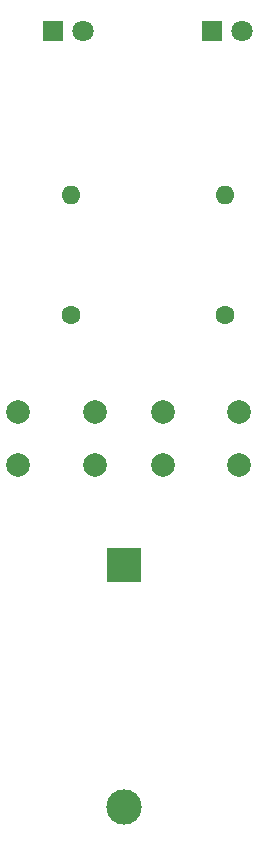
<source format=gbr>
%TF.GenerationSoftware,KiCad,Pcbnew,8.0.6*%
%TF.CreationDate,2024-12-20T12:02:48+02:00*%
%TF.ProjectId,lec10Ch6Ex5,6c656331-3043-4683-9645-78352e6b6963,rev?*%
%TF.SameCoordinates,Original*%
%TF.FileFunction,Soldermask,Bot*%
%TF.FilePolarity,Negative*%
%FSLAX46Y46*%
G04 Gerber Fmt 4.6, Leading zero omitted, Abs format (unit mm)*
G04 Created by KiCad (PCBNEW 8.0.6) date 2024-12-20 12:02:48*
%MOMM*%
%LPD*%
G01*
G04 APERTURE LIST*
%ADD10C,1.600000*%
%ADD11O,1.600000X1.600000*%
%ADD12R,3.000000X3.000000*%
%ADD13C,3.000000*%
%ADD14R,1.800000X1.800000*%
%ADD15C,1.800000*%
%ADD16C,2.000000*%
G04 APERTURE END LIST*
D10*
%TO.C,R1*%
X168000000Y-100080000D03*
D11*
X168000000Y-89920000D03*
%TD*%
D12*
%TO.C,BT1*%
X159500001Y-121250000D03*
D13*
X159500001Y-141740000D03*
%TD*%
D14*
%TO.C,D1*%
X166960000Y-76000000D03*
D15*
X169500000Y-76000000D03*
%TD*%
D14*
%TO.C,D2*%
X153460000Y-76000000D03*
D15*
X156000000Y-76000000D03*
%TD*%
D10*
%TO.C,R2*%
X155000000Y-100080000D03*
D11*
X155000000Y-89920000D03*
%TD*%
D16*
%TO.C,SW1*%
X169250000Y-112750000D03*
X162750000Y-112750000D03*
X169250000Y-108250000D03*
X162750000Y-108250000D03*
%TD*%
%TO.C,SW2*%
X157000000Y-112750000D03*
X150500000Y-112750000D03*
X157000000Y-108250000D03*
X150500000Y-108250000D03*
%TD*%
M02*

</source>
